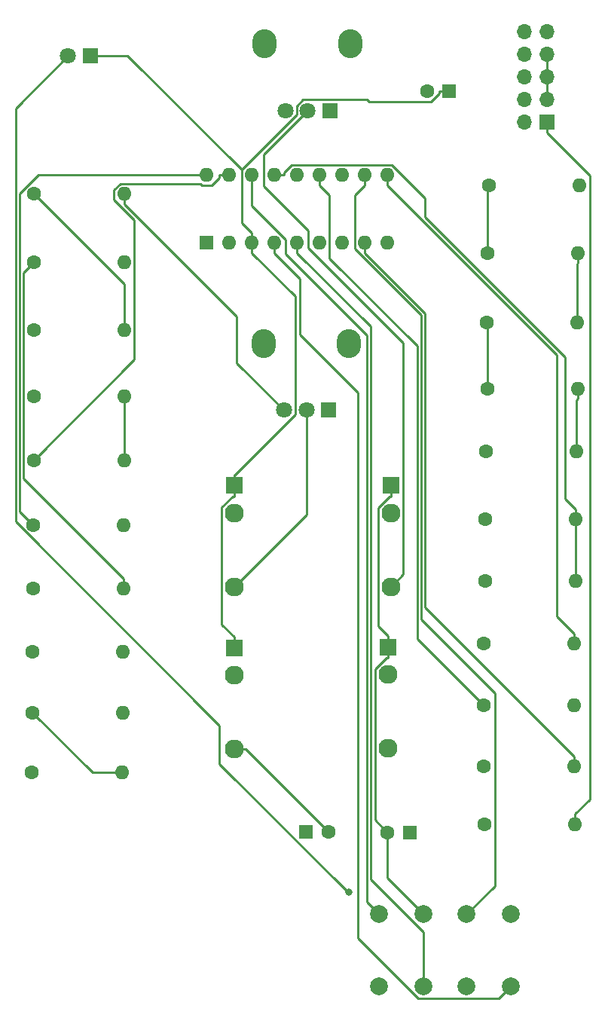
<source format=gbl>
%TF.GenerationSoftware,KiCad,Pcbnew,5.1.7*%
%TF.CreationDate,2020-11-08T18:38:21+01:00*%
%TF.ProjectId,AS3320-VCF,41533333-3230-42d5-9643-462e6b696361,rev?*%
%TF.SameCoordinates,Original*%
%TF.FileFunction,Copper,L2,Bot*%
%TF.FilePolarity,Positive*%
%FSLAX46Y46*%
G04 Gerber Fmt 4.6, Leading zero omitted, Abs format (unit mm)*
G04 Created by KiCad (PCBNEW 5.1.7) date 2020-11-08 18:38:21*
%MOMM*%
%LPD*%
G01*
G04 APERTURE LIST*
%TA.AperFunction,ComponentPad*%
%ADD10O,1.600000X1.600000*%
%TD*%
%TA.AperFunction,ComponentPad*%
%ADD11R,1.600000X1.600000*%
%TD*%
%TA.AperFunction,ComponentPad*%
%ADD12O,2.720000X3.240000*%
%TD*%
%TA.AperFunction,ComponentPad*%
%ADD13C,1.800000*%
%TD*%
%TA.AperFunction,ComponentPad*%
%ADD14R,1.800000X1.800000*%
%TD*%
%TA.AperFunction,ComponentPad*%
%ADD15C,1.600000*%
%TD*%
%TA.AperFunction,ComponentPad*%
%ADD16C,2.130000*%
%TD*%
%TA.AperFunction,ComponentPad*%
%ADD17R,1.930000X1.830000*%
%TD*%
%TA.AperFunction,ComponentPad*%
%ADD18C,2.000000*%
%TD*%
%TA.AperFunction,ComponentPad*%
%ADD19O,1.700000X1.700000*%
%TD*%
%TA.AperFunction,ComponentPad*%
%ADD20R,1.700000X1.700000*%
%TD*%
%TA.AperFunction,ViaPad*%
%ADD21C,0.800000*%
%TD*%
%TA.AperFunction,Conductor*%
%ADD22C,0.250000*%
%TD*%
G04 APERTURE END LIST*
D10*
%TO.P,U1,18*%
%TO.N,Net-(R17-Pad1)*%
X126780000Y-54830000D03*
%TO.P,U1,9*%
%TO.N,Net-(R8-Pad1)*%
X147100000Y-62450000D03*
%TO.P,U1,17*%
%TO.N,Net-(R15-Pad1)*%
X129320000Y-54830000D03*
%TO.P,U1,8*%
%TO.N,/VRES*%
X144560000Y-62450000D03*
%TO.P,U1,16*%
%TO.N,Net-(C2-Pad1)*%
X131860000Y-54830000D03*
%TO.P,U1,7*%
%TO.N,/OUT1*%
X142020000Y-62450000D03*
%TO.P,U1,15*%
%TO.N,/OUT3*%
X134400000Y-54830000D03*
%TO.P,U1,6*%
%TO.N,/OUT2*%
X139480000Y-62450000D03*
%TO.P,U1,14*%
%TO.N,+12V*%
X136940000Y-54830000D03*
%TO.P,U1,5*%
%TO.N,Net-(C3-Pad2)*%
X136940000Y-62450000D03*
%TO.P,U1,13*%
%TO.N,Net-(R19-Pad1)*%
X139480000Y-54830000D03*
%TO.P,U1,4*%
%TO.N,Net-(C1-Pad2)*%
X134400000Y-62450000D03*
%TO.P,U1,12*%
%TO.N,Net-(R10-Pad2)*%
X142020000Y-54830000D03*
%TO.P,U1,3*%
%TO.N,GND*%
X131860000Y-62450000D03*
%TO.P,U1,11*%
%TO.N,Net-(C4-Pad1)*%
X144560000Y-54830000D03*
%TO.P,U1,2*%
%TO.N,Net-(R13-Pad1)*%
X129320000Y-62450000D03*
%TO.P,U1,10*%
%TO.N,/OUT4*%
X147100000Y-54830000D03*
D11*
%TO.P,U1,1*%
%TO.N,Net-(R11-Pad1)*%
X126780000Y-62450000D03*
%TD*%
D12*
%TO.P,RV2,*%
%TO.N,*%
X142940000Y-40100000D03*
X133340000Y-40100000D03*
D13*
%TO.P,RV2,3*%
%TO.N,Net-(R7-Pad1)*%
X135640000Y-47600000D03*
%TO.P,RV2,2*%
%TO.N,/FREQ_CTRL_INPUT*%
X138140000Y-47600000D03*
D14*
%TO.P,RV2,1*%
%TO.N,Net-(R3-Pad1)*%
X140640000Y-47600000D03*
%TD*%
D12*
%TO.P,RV1,*%
%TO.N,*%
X142810000Y-73750000D03*
X133210000Y-73750000D03*
D13*
%TO.P,RV1,3*%
%TO.N,Net-(R1-Pad2)*%
X135510000Y-81250000D03*
%TO.P,RV1,2*%
%TO.N,/RESONANCE_CTRL_INPUT*%
X138010000Y-81250000D03*
D14*
%TO.P,RV1,1*%
%TO.N,Net-(R2-Pad2)*%
X140510000Y-81250000D03*
%TD*%
D15*
%TO.P,R21,1*%
%TO.N,Net-(D1-Pad2)*%
X158020000Y-127770000D03*
D10*
%TO.P,R21,2*%
%TO.N,+12V*%
X168180000Y-127770000D03*
%TD*%
D15*
%TO.P,R20,1*%
%TO.N,/SIGNAL_OUTPUT*%
X157955000Y-121306000D03*
D10*
%TO.P,R20,2*%
%TO.N,/VRES*%
X168115000Y-121306000D03*
%TD*%
D15*
%TO.P,R19,1*%
%TO.N,Net-(R19-Pad1)*%
X157955000Y-114446000D03*
D10*
%TO.P,R19,2*%
%TO.N,-12V*%
X168115000Y-114446000D03*
%TD*%
D15*
%TO.P,R18,1*%
%TO.N,Net-(R17-Pad1)*%
X157955000Y-107466000D03*
D10*
%TO.P,R18,2*%
%TO.N,/OUT4*%
X168115000Y-107466000D03*
%TD*%
D15*
%TO.P,R17,1*%
%TO.N,Net-(R17-Pad1)*%
X158075000Y-100476000D03*
D10*
%TO.P,R17,2*%
%TO.N,/OUT3*%
X168235000Y-100476000D03*
%TD*%
D15*
%TO.P,R16,1*%
%TO.N,Net-(R15-Pad1)*%
X158075000Y-93496000D03*
D10*
%TO.P,R16,2*%
%TO.N,/OUT3*%
X168235000Y-93496000D03*
%TD*%
D15*
%TO.P,R15,1*%
%TO.N,Net-(R15-Pad1)*%
X158202000Y-85882000D03*
D10*
%TO.P,R15,2*%
%TO.N,/OUT2*%
X168362000Y-85882000D03*
%TD*%
D15*
%TO.P,R14,1*%
%TO.N,Net-(R13-Pad1)*%
X158360000Y-78820000D03*
D10*
%TO.P,R14,2*%
%TO.N,/OUT2*%
X168520000Y-78820000D03*
%TD*%
D15*
%TO.P,R13,1*%
%TO.N,Net-(R13-Pad1)*%
X158304000Y-71386000D03*
D10*
%TO.P,R13,2*%
%TO.N,/OUT1*%
X168464000Y-71386000D03*
%TD*%
D15*
%TO.P,R12,1*%
%TO.N,Net-(R11-Pad1)*%
X158360000Y-63590000D03*
D10*
%TO.P,R12,2*%
%TO.N,/OUT1*%
X168520000Y-63590000D03*
%TD*%
D15*
%TO.P,R11,1*%
%TO.N,Net-(R11-Pad1)*%
X158510000Y-56020000D03*
D10*
%TO.P,R11,2*%
%TO.N,/SIGNAL_INPUT*%
X168670000Y-56020000D03*
%TD*%
D15*
%TO.P,R10,1*%
%TO.N,GND*%
X107150000Y-121970000D03*
D10*
%TO.P,R10,2*%
%TO.N,Net-(R10-Pad2)*%
X117310000Y-121970000D03*
%TD*%
D15*
%TO.P,R9,1*%
%TO.N,Net-(R10-Pad2)*%
X107230000Y-115220000D03*
D10*
%TO.P,R9,2*%
%TO.N,/FREQ_CTRL_INPUT*%
X117390000Y-115220000D03*
%TD*%
D15*
%TO.P,R8,1*%
%TO.N,Net-(R8-Pad1)*%
X107230000Y-108380000D03*
D10*
%TO.P,R8,2*%
%TO.N,/RESONANCE_CTRL_INPUT*%
X117390000Y-108380000D03*
%TD*%
D15*
%TO.P,R7,1*%
%TO.N,Net-(R7-Pad1)*%
X107300000Y-101280000D03*
D10*
%TO.P,R7,2*%
%TO.N,+12V*%
X117460000Y-101280000D03*
%TD*%
D15*
%TO.P,R6,1*%
%TO.N,Net-(R17-Pad1)*%
X107300000Y-94150000D03*
D10*
%TO.P,R6,2*%
%TO.N,-12V*%
X117460000Y-94150000D03*
%TD*%
D15*
%TO.P,R5,1*%
%TO.N,Net-(R15-Pad1)*%
X107370000Y-86880000D03*
D10*
%TO.P,R5,2*%
%TO.N,-12V*%
X117530000Y-86880000D03*
%TD*%
D15*
%TO.P,R4,1*%
%TO.N,Net-(R13-Pad1)*%
X107380000Y-79680000D03*
D10*
%TO.P,R4,2*%
%TO.N,-12V*%
X117540000Y-79680000D03*
%TD*%
D15*
%TO.P,R3,1*%
%TO.N,Net-(R3-Pad1)*%
X107370000Y-72260000D03*
D10*
%TO.P,R3,2*%
%TO.N,-12V*%
X117530000Y-72260000D03*
%TD*%
D15*
%TO.P,R2,1*%
%TO.N,+12V*%
X107408000Y-64638000D03*
D10*
%TO.P,R2,2*%
%TO.N,Net-(R2-Pad2)*%
X117568000Y-64638000D03*
%TD*%
D15*
%TO.P,R1,1*%
%TO.N,-12V*%
X107380000Y-56950000D03*
D10*
%TO.P,R1,2*%
%TO.N,Net-(R1-Pad2)*%
X117540000Y-56950000D03*
%TD*%
D16*
%TO.P,J4,T*%
%TO.N,/SIGNAL_OUTPUT*%
X129880000Y-119350000D03*
D17*
%TO.P,J4,S*%
%TO.N,GND*%
X129880000Y-107950000D03*
D16*
%TO.P,J4,TN*%
%TO.N,N/C*%
X129880000Y-111050000D03*
%TD*%
%TO.P,J3,TN*%
%TO.N,N/C*%
X147490000Y-92810000D03*
D17*
%TO.P,J3,S*%
%TO.N,GND*%
X147490000Y-89710000D03*
D16*
%TO.P,J3,T*%
%TO.N,/FREQ_CTRL_INPUT*%
X147490000Y-101110000D03*
%TD*%
%TO.P,J2,T*%
%TO.N,/RESONANCE_CTRL_INPUT*%
X129880000Y-101110000D03*
D17*
%TO.P,J2,S*%
%TO.N,GND*%
X129880000Y-89710000D03*
D16*
%TO.P,J2,TN*%
%TO.N,N/C*%
X129880000Y-92810000D03*
%TD*%
%TO.P,J1,T*%
%TO.N,/SIGNAL_INPUT*%
X147160000Y-119270000D03*
D17*
%TO.P,J1,S*%
%TO.N,GND*%
X147160000Y-107870000D03*
D16*
%TO.P,J1,TN*%
%TO.N,N/C*%
X147160000Y-110970000D03*
%TD*%
D13*
%TO.P,D1,2*%
%TO.N,Net-(D1-Pad2)*%
X111220000Y-41440000D03*
D14*
%TO.P,D1,1*%
%TO.N,GND*%
X113760000Y-41440000D03*
%TD*%
D15*
%TO.P,C5,2*%
%TO.N,/SIGNAL_OUTPUT*%
X140480000Y-128670000D03*
D11*
%TO.P,C5,1*%
%TO.N,/OUT4*%
X137980000Y-128670000D03*
%TD*%
D18*
%TO.P,C4,2*%
%TO.N,GND*%
X161034000Y-137900000D03*
%TO.P,C4,1*%
%TO.N,Net-(C4-Pad1)*%
X156034000Y-137900000D03*
%TD*%
%TO.P,C3,2*%
%TO.N,Net-(C3-Pad2)*%
X151138000Y-146012000D03*
%TO.P,C3,1*%
%TO.N,GND*%
X146138000Y-146012000D03*
%TD*%
%TO.P,C2,2*%
%TO.N,GND*%
X151188000Y-137892000D03*
%TO.P,C2,1*%
%TO.N,Net-(C2-Pad1)*%
X146188000Y-137892000D03*
%TD*%
%TO.P,C1,2*%
%TO.N,Net-(C1-Pad2)*%
X160984000Y-146020000D03*
%TO.P,C1,1*%
%TO.N,GND*%
X155984000Y-146020000D03*
%TD*%
D19*
%TO.P,J5,10*%
%TO.N,-12V*%
X162490000Y-38740000D03*
%TO.P,J5,9*%
X165030000Y-38740000D03*
%TO.P,J5,8*%
%TO.N,GND*%
X162490000Y-41280000D03*
%TO.P,J5,7*%
X165030000Y-41280000D03*
%TO.P,J5,6*%
X162490000Y-43820000D03*
%TO.P,J5,5*%
X165030000Y-43820000D03*
%TO.P,J5,4*%
X162490000Y-46360000D03*
%TO.P,J5,3*%
X165030000Y-46360000D03*
%TO.P,J5,2*%
%TO.N,+12V*%
X162490000Y-48900000D03*
D20*
%TO.P,J5,1*%
X165030000Y-48900000D03*
%TD*%
D15*
%TO.P,C7,2*%
%TO.N,+12V*%
X151570000Y-45410000D03*
D11*
%TO.P,C7,1*%
%TO.N,GND*%
X154070000Y-45410000D03*
%TD*%
D15*
%TO.P,C6,2*%
%TO.N,GND*%
X147140000Y-128690000D03*
D11*
%TO.P,C6,1*%
%TO.N,-12V*%
X149640000Y-128690000D03*
%TD*%
D21*
%TO.N,Net-(D1-Pad2)*%
X142812700Y-135428900D03*
%TD*%
D22*
%TO.N,GND*%
X131860000Y-63575300D02*
X136760000Y-68475300D01*
X136760000Y-68475300D02*
X136760000Y-81744700D01*
X136760000Y-81744700D02*
X130035000Y-88469700D01*
X130035000Y-88469700D02*
X129880000Y-88469700D01*
X130734700Y-54248500D02*
X130734700Y-60199400D01*
X130734700Y-60199400D02*
X131860000Y-61324700D01*
X152944700Y-45410000D02*
X152944700Y-45691300D01*
X152944700Y-45691300D02*
X152055900Y-46580100D01*
X152055900Y-46580100D02*
X145082200Y-46580100D01*
X145082200Y-46580100D02*
X144849800Y-46347700D01*
X144849800Y-46347700D02*
X137630100Y-46347700D01*
X137630100Y-46347700D02*
X136914600Y-47063200D01*
X136914600Y-47063200D02*
X136914600Y-48068600D01*
X136914600Y-48068600D02*
X130734700Y-54248500D01*
X130734700Y-54248500D02*
X117926200Y-41440000D01*
X117926200Y-41440000D02*
X113760000Y-41440000D01*
X131860000Y-62450000D02*
X131860000Y-61324700D01*
X154070000Y-45410000D02*
X152944700Y-45410000D01*
X131860000Y-62450000D02*
X131860000Y-63575300D01*
X129880000Y-89710000D02*
X129880000Y-88469700D01*
X147160000Y-107870000D02*
X147160000Y-106629700D01*
X147490000Y-89710000D02*
X147490000Y-90950300D01*
X147490000Y-90950300D02*
X147335000Y-90950300D01*
X147335000Y-90950300D02*
X146051200Y-92234100D01*
X146051200Y-92234100D02*
X146051200Y-105520900D01*
X146051200Y-105520900D02*
X147160000Y-106629700D01*
X147140000Y-128690000D02*
X145756300Y-127306300D01*
X145756300Y-127306300D02*
X145756300Y-110359000D01*
X145756300Y-110359000D02*
X147005000Y-109110300D01*
X147005000Y-109110300D02*
X147160000Y-109110300D01*
X151188000Y-137892000D02*
X147140000Y-133844000D01*
X147140000Y-133844000D02*
X147140000Y-128690000D01*
X129880000Y-107950000D02*
X129880000Y-106709700D01*
X129880000Y-89710000D02*
X129880000Y-90950300D01*
X129880000Y-90950300D02*
X129725000Y-90950300D01*
X129725000Y-90950300D02*
X128488200Y-92187100D01*
X128488200Y-92187100D02*
X128488200Y-105317900D01*
X128488200Y-105317900D02*
X129880000Y-106709700D01*
X147160000Y-107870000D02*
X147160000Y-109110300D01*
X165030000Y-43820000D02*
X165030000Y-41280000D01*
X165030000Y-46360000D02*
X165030000Y-43820000D01*
%TO.N,Net-(C1-Pad2)*%
X134400000Y-63575300D02*
X137302500Y-66477800D01*
X137302500Y-66477800D02*
X137302500Y-72782700D01*
X137302500Y-72782700D02*
X143800300Y-79280500D01*
X143800300Y-79280500D02*
X143800300Y-140549400D01*
X143800300Y-140549400D02*
X150614200Y-147363300D01*
X150614200Y-147363300D02*
X159640700Y-147363300D01*
X159640700Y-147363300D02*
X160984000Y-146020000D01*
X134400000Y-62450000D02*
X134400000Y-63575300D01*
%TO.N,Net-(C2-Pad1)*%
X146188000Y-137892000D02*
X144780600Y-136484600D01*
X144780600Y-136484600D02*
X144780600Y-72825900D01*
X144780600Y-72825900D02*
X135670000Y-63715300D01*
X135670000Y-63715300D02*
X135670000Y-62101800D01*
X135670000Y-62101800D02*
X131860000Y-58291800D01*
X131860000Y-58291800D02*
X131860000Y-54830000D01*
%TO.N,Net-(C3-Pad2)*%
X151138000Y-146012000D02*
X151138000Y-139885000D01*
X151138000Y-139885000D02*
X145231000Y-133978000D01*
X145231000Y-133978000D02*
X145231000Y-71866300D01*
X145231000Y-71866300D02*
X136940000Y-63575300D01*
X136940000Y-62450000D02*
X136940000Y-63575300D01*
%TO.N,Net-(C4-Pad1)*%
X156034000Y-137900000D02*
X159212700Y-134721300D01*
X159212700Y-134721300D02*
X159212700Y-113079400D01*
X159212700Y-113079400D02*
X150904100Y-104770800D01*
X150904100Y-104770800D02*
X150904100Y-70594300D01*
X150904100Y-70594300D02*
X143434700Y-63124900D01*
X143434700Y-63124900D02*
X143434700Y-57080600D01*
X143434700Y-57080600D02*
X144560000Y-55955300D01*
X144560000Y-54830000D02*
X144560000Y-55955300D01*
%TO.N,/OUT4*%
X147100000Y-55955300D02*
X166166200Y-75021500D01*
X166166200Y-75021500D02*
X166166200Y-104391900D01*
X166166200Y-104391900D02*
X168115000Y-106340700D01*
X147100000Y-54830000D02*
X147100000Y-55955300D01*
X168115000Y-107466000D02*
X168115000Y-106340700D01*
%TO.N,-12V*%
X107380000Y-56950000D02*
X117530000Y-67100000D01*
X117530000Y-67100000D02*
X117530000Y-72260000D01*
X117530000Y-86880000D02*
X117530000Y-85754700D01*
X117530000Y-85754700D02*
X117540000Y-85744700D01*
X117540000Y-85744700D02*
X117540000Y-79680000D01*
%TO.N,+12V*%
X117460000Y-101280000D02*
X117460000Y-100154700D01*
X107408000Y-64638000D02*
X106244600Y-65801400D01*
X106244600Y-65801400D02*
X106244600Y-88939300D01*
X106244600Y-88939300D02*
X117460000Y-100154700D01*
X168180000Y-127770000D02*
X168180000Y-126644700D01*
X165030000Y-48900000D02*
X165030000Y-50075300D01*
X165030000Y-50075300D02*
X169844300Y-54889600D01*
X169844300Y-54889600D02*
X169844300Y-124980400D01*
X169844300Y-124980400D02*
X168180000Y-126644700D01*
%TO.N,/OUT2*%
X168520000Y-78820000D02*
X168520000Y-79945300D01*
X168520000Y-79945300D02*
X168362000Y-80103300D01*
X168362000Y-80103300D02*
X168362000Y-85882000D01*
%TO.N,/OUT3*%
X134400000Y-54830000D02*
X135525300Y-54830000D01*
X168235000Y-93496000D02*
X168235000Y-92370700D01*
X168235000Y-92370700D02*
X167109700Y-91245400D01*
X167109700Y-91245400D02*
X167109700Y-75328100D01*
X167109700Y-75328100D02*
X151312200Y-59530600D01*
X151312200Y-59530600D02*
X151312200Y-57436900D01*
X151312200Y-57436900D02*
X147580000Y-53704700D01*
X147580000Y-53704700D02*
X136369200Y-53704700D01*
X136369200Y-53704700D02*
X135525300Y-54548600D01*
X135525300Y-54548600D02*
X135525300Y-54830000D01*
X168235000Y-100476000D02*
X168235000Y-93496000D01*
%TO.N,/OUT1*%
X168520000Y-63590000D02*
X168520000Y-64715300D01*
X168520000Y-64715300D02*
X168464000Y-64771300D01*
X168464000Y-64771300D02*
X168464000Y-71386000D01*
%TO.N,Net-(R11-Pad1)*%
X158510000Y-56020000D02*
X158360000Y-56170000D01*
X158360000Y-56170000D02*
X158360000Y-63590000D01*
%TO.N,Net-(R13-Pad1)*%
X158360000Y-78820000D02*
X158360000Y-71442000D01*
X158360000Y-71442000D02*
X158304000Y-71386000D01*
%TO.N,Net-(R15-Pad1)*%
X129320000Y-54830000D02*
X128194700Y-54830000D01*
X107370000Y-86880000D02*
X118698400Y-75551600D01*
X118698400Y-75551600D02*
X118698400Y-59908600D01*
X118698400Y-59908600D02*
X116406800Y-57617000D01*
X116406800Y-57617000D02*
X116406800Y-56481400D01*
X116406800Y-56481400D02*
X117103500Y-55784700D01*
X117103500Y-55784700D02*
X126071100Y-55784700D01*
X126071100Y-55784700D02*
X126241700Y-55955300D01*
X126241700Y-55955300D02*
X127350800Y-55955300D01*
X127350800Y-55955300D02*
X128194700Y-55111400D01*
X128194700Y-55111400D02*
X128194700Y-54830000D01*
%TO.N,/FREQ_CTRL_INPUT*%
X147490000Y-101110000D02*
X148883400Y-99716600D01*
X148883400Y-99716600D02*
X148883400Y-73653600D01*
X148883400Y-73653600D02*
X138210000Y-62980200D01*
X138210000Y-62980200D02*
X138210000Y-61034600D01*
X138210000Y-61034600D02*
X133234500Y-56059100D01*
X133234500Y-56059100D02*
X133234500Y-52505500D01*
X133234500Y-52505500D02*
X138140000Y-47600000D01*
%TO.N,Net-(R17-Pad1)*%
X107300000Y-94150000D02*
X105782900Y-92632900D01*
X105782900Y-92632900D02*
X105782900Y-56938900D01*
X105782900Y-56938900D02*
X107891800Y-54830000D01*
X107891800Y-54830000D02*
X126780000Y-54830000D01*
%TO.N,/SIGNAL_OUTPUT*%
X140480000Y-128670000D02*
X131160000Y-119350000D01*
X131160000Y-119350000D02*
X129880000Y-119350000D01*
%TO.N,/VRES*%
X144560000Y-62450000D02*
X144560000Y-63575300D01*
X168115000Y-121306000D02*
X168115000Y-120180700D01*
X168115000Y-120180700D02*
X151354500Y-103420200D01*
X151354500Y-103420200D02*
X151354500Y-70369800D01*
X151354500Y-70369800D02*
X144560000Y-63575300D01*
%TO.N,Net-(R1-Pad2)*%
X117540000Y-56950000D02*
X117540000Y-58075300D01*
X117540000Y-58075300D02*
X130203800Y-70739100D01*
X130203800Y-70739100D02*
X130203800Y-75943800D01*
X130203800Y-75943800D02*
X135510000Y-81250000D01*
%TO.N,Net-(R10-Pad2)*%
X107230000Y-115220000D02*
X113980000Y-121970000D01*
X113980000Y-121970000D02*
X117310000Y-121970000D01*
%TO.N,Net-(R19-Pad1)*%
X157955000Y-114446000D02*
X150453700Y-106944700D01*
X150453700Y-106944700D02*
X150453700Y-74054000D01*
X150453700Y-74054000D02*
X140605300Y-64205600D01*
X140605300Y-64205600D02*
X140605300Y-57080600D01*
X140605300Y-57080600D02*
X139480000Y-55955300D01*
X139480000Y-54830000D02*
X139480000Y-55955300D01*
%TO.N,Net-(D1-Pad2)*%
X111220000Y-41440000D02*
X105332500Y-47327500D01*
X105332500Y-47327500D02*
X105332500Y-93794400D01*
X105332500Y-93794400D02*
X128248600Y-116710500D01*
X128248600Y-116710500D02*
X128248600Y-121006100D01*
X128248600Y-121006100D02*
X142671400Y-135428900D01*
X142671400Y-135428900D02*
X142812700Y-135428900D01*
%TO.N,/RESONANCE_CTRL_INPUT*%
X129880000Y-101110000D02*
X138010000Y-92980000D01*
X138010000Y-92980000D02*
X138010000Y-81250000D01*
%TD*%
M02*

</source>
